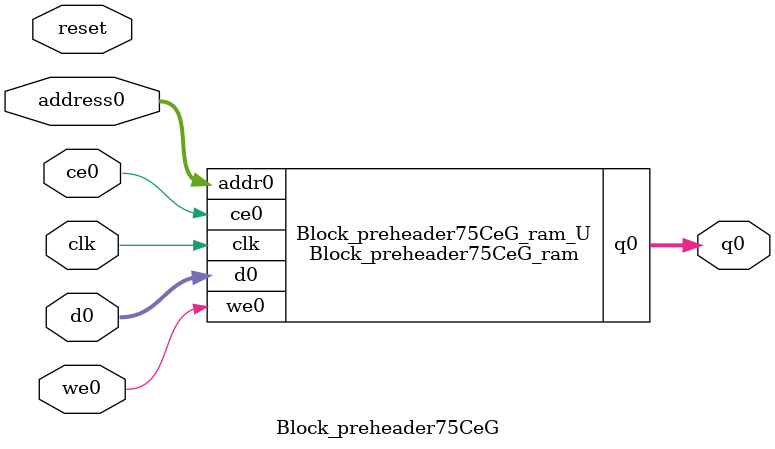
<source format=v>
`timescale 1 ns / 1 ps
module Block_preheader75CeG_ram (addr0, ce0, d0, we0, q0,  clk);

parameter DWIDTH = 4;
parameter AWIDTH = 8;
parameter MEM_SIZE = 162;

input[AWIDTH-1:0] addr0;
input ce0;
input[DWIDTH-1:0] d0;
input we0;
output reg[DWIDTH-1:0] q0;
input clk;

(* ram_style = "distributed" *)reg [DWIDTH-1:0] ram[0:MEM_SIZE-1];




always @(posedge clk)  
begin 
    if (ce0) begin
        if (we0) 
            ram[addr0] <= d0; 
        q0 <= ram[addr0];
    end
end


endmodule

`timescale 1 ns / 1 ps
module Block_preheader75CeG(
    reset,
    clk,
    address0,
    ce0,
    we0,
    d0,
    q0);

parameter DataWidth = 32'd4;
parameter AddressRange = 32'd162;
parameter AddressWidth = 32'd8;
input reset;
input clk;
input[AddressWidth - 1:0] address0;
input ce0;
input we0;
input[DataWidth - 1:0] d0;
output[DataWidth - 1:0] q0;



Block_preheader75CeG_ram Block_preheader75CeG_ram_U(
    .clk( clk ),
    .addr0( address0 ),
    .ce0( ce0 ),
    .we0( we0 ),
    .d0( d0 ),
    .q0( q0 ));

endmodule


</source>
